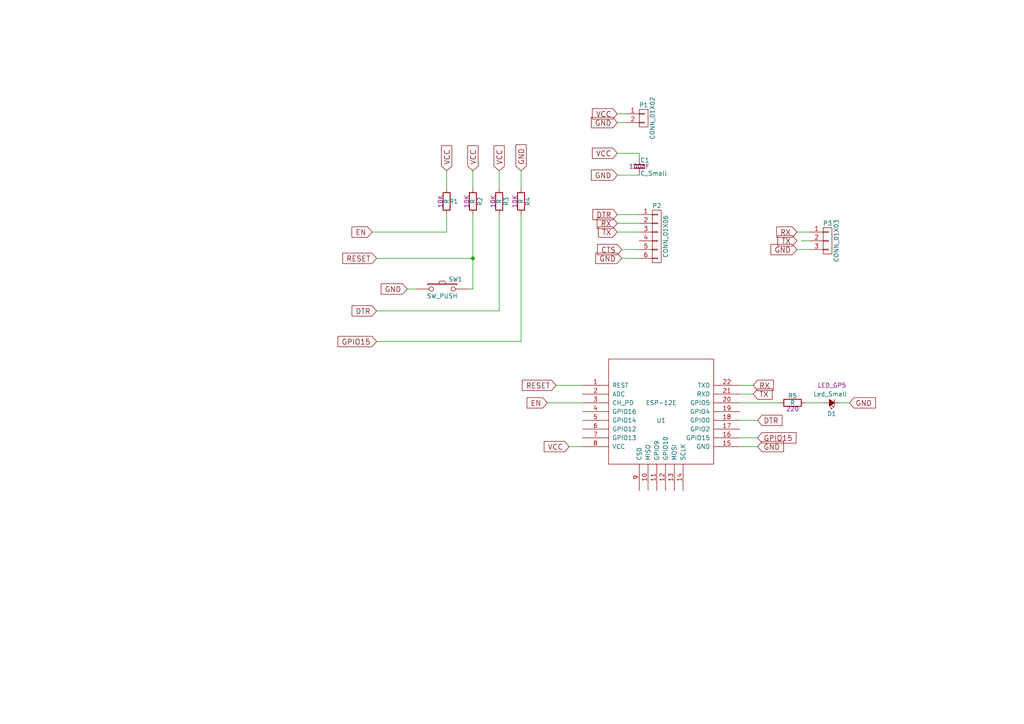
<source format=kicad_sch>
(kicad_sch (version 20230121) (generator eeschema)
  (paper "A4")
  (lib_symbols
    (symbol "altEspPRog-rescue:CONN_01X02" (pin_names (offset 1.016) hide)
      (property "Reference" "P" (at 0 3.81 0))
      (property "Value" "CONN_01X02" (at 2.54 0 90))
      (symbol "CONN_01X02_0_1"
        (rectangle (start -1.27 -1.143) (end 0.254 -1.397))
        (rectangle (start -1.27 1.397) (end 0.254 1.143))
        (rectangle (start -1.27 2.54) (end 1.27 -2.54))
      )
      (symbol "CONN_01X02_1_1"
        (pin passive line (at -5.08 1.27 0) (length 3.81) (name "P1") (number "1"))
        (pin passive line (at -5.08 -1.27 0) (length 3.81) (name "P2") (number "2"))
      )
    )
    (symbol "altEspPRog-rescue:CONN_01X03" (pin_names (offset 1.016) hide)
      (property "Reference" "P" (at 0 5.08 0))
      (property "Value" "CONN_01X03" (at 2.54 0 90))
      (symbol "CONN_01X03_0_1"
        (rectangle (start -1.27 -2.413) (end 0.254 -2.667))
        (rectangle (start -1.27 0.127) (end 0.254 -0.127))
        (rectangle (start -1.27 2.667) (end 0.254 2.413))
        (rectangle (start -1.27 3.81) (end 1.27 -3.81))
      )
      (symbol "CONN_01X03_1_1"
        (pin passive line (at -5.08 2.54 0) (length 3.81) (name "P1") (number "1"))
        (pin passive line (at -5.08 0 0) (length 3.81) (name "P2") (number "2"))
        (pin passive line (at -5.08 -2.54 0) (length 3.81) (name "P3") (number "3"))
      )
    )
    (symbol "altEspPRog-rescue:CONN_01X06" (pin_names (offset 1.016) hide)
      (property "Reference" "P" (at 0 8.89 0))
      (property "Value" "CONN_01X06" (at 2.54 0 90))
      (symbol "CONN_01X06_0_1"
        (rectangle (start -1.27 -6.223) (end 0.254 -6.477))
        (rectangle (start -1.27 -3.683) (end 0.254 -3.937))
        (rectangle (start -1.27 -1.143) (end 0.254 -1.397))
        (rectangle (start -1.27 1.397) (end 0.254 1.143))
        (rectangle (start -1.27 3.937) (end 0.254 3.683))
        (rectangle (start -1.27 6.477) (end 0.254 6.223))
        (rectangle (start -1.27 7.62) (end 1.27 -7.62))
      )
      (symbol "CONN_01X06_1_1"
        (pin passive line (at -5.08 6.35 0) (length 3.81) (name "P1") (number "1"))
        (pin passive line (at -5.08 3.81 0) (length 3.81) (name "P2") (number "2"))
        (pin passive line (at -5.08 1.27 0) (length 3.81) (name "P3") (number "3"))
        (pin passive line (at -5.08 -1.27 0) (length 3.81) (name "P4") (number "4"))
        (pin passive line (at -5.08 -3.81 0) (length 3.81) (name "P5") (number "5"))
        (pin passive line (at -5.08 -6.35 0) (length 3.81) (name "P6") (number "6"))
      )
    )
    (symbol "altEspPRog-rescue:C_Small" (pin_numbers hide) (pin_names (offset 0.254) hide)
      (property "Reference" "C" (at 0.254 1.778 0))
      (property "Value" "C_Small" (at 0.254 -2.032 0))
      (symbol "C_Small_0_1"
        (polyline (pts (xy -1.524 -0.508) (xy 1.524 -0.508)) (stroke (width 0.3302)))
        (polyline (pts (xy -1.524 0.508) (xy 1.524 0.508)) (stroke (width 0.3048)))
      )
      (symbol "C_Small_1_1"
        (pin passive line (at 0 2.54 270) (length 1.905) (name "~") (number "1"))
        (pin passive line (at 0 -2.54 90) (length 2.032) (name "~") (number "2"))
      )
    )
    (symbol "altEspPRog-rescue:ESP-12E" (pin_names (offset 1.016))
      (property "Reference" "U" (at 0 -2.54 0))
      (property "Value" "ESP-12E" (at 0 2.54 0))
      (symbol "ESP-12E_1_0"
        (rectangle (start -15.24 -15.24) (end 15.24 15.24))
      )
      (symbol "ESP-12E_1_1"
        (pin input line (at -22.86 7.62 0) (length 7.62) (name "REST") (number "1"))
        (pin bidirectional line (at -3.81 -22.86 90) (length 7.62) (name "MISO") (number "10"))
        (pin bidirectional line (at -1.27 -22.86 90) (length 7.62) (name "GPIO9") (number "11"))
        (pin bidirectional line (at 1.27 -22.86 90) (length 7.62) (name "GPIO10") (number "12"))
        (pin bidirectional line (at 3.81 -22.86 90) (length 7.62) (name "MOSI") (number "13"))
        (pin bidirectional line (at 6.35 -22.86 90) (length 7.62) (name "SCLK") (number "14"))
        (pin power_in line (at 22.86 -10.16 180) (length 7.62) (name "GND") (number "15"))
        (pin bidirectional line (at 22.86 -7.62 180) (length 7.62) (name "GPIO15") (number "16"))
        (pin bidirectional line (at 22.86 -5.08 180) (length 7.62) (name "GPIO2") (number "17"))
        (pin bidirectional line (at 22.86 -2.54 180) (length 7.62) (name "GPIO0") (number "18"))
        (pin bidirectional line (at 22.86 0 180) (length 7.62) (name "GPIO4") (number "19"))
        (pin passive line (at -22.86 5.08 0) (length 7.62) (name "ADC") (number "2"))
        (pin bidirectional line (at 22.86 2.54 180) (length 7.62) (name "GPIO5") (number "20"))
        (pin input line (at 22.86 5.08 180) (length 7.62) (name "RXD") (number "21"))
        (pin output line (at 22.86 7.62 180) (length 7.62) (name "TXD") (number "22"))
        (pin input line (at -22.86 2.54 0) (length 7.62) (name "CH_PD") (number "3"))
        (pin bidirectional line (at -22.86 0 0) (length 7.62) (name "GPIO16") (number "4"))
        (pin bidirectional line (at -22.86 -2.54 0) (length 7.62) (name "GPIO14") (number "5"))
        (pin bidirectional line (at -22.86 -5.08 0) (length 7.62) (name "GPIO12") (number "6"))
        (pin bidirectional line (at -22.86 -7.62 0) (length 7.62) (name "GPIO13") (number "7"))
        (pin power_in line (at -22.86 -10.16 0) (length 7.62) (name "VCC") (number "8"))
        (pin bidirectional line (at -6.35 -22.86 90) (length 7.62) (name "CS0") (number "9"))
      )
    )
    (symbol "altEspPRog-rescue:Led_Small" (pin_numbers hide) (pin_names (offset 0.254) hide)
      (property "Reference" "D" (at -1.27 3.175 0))
      (property "Value" "Led_Small" (at -4.445 -2.54 0))
      (symbol "Led_Small_0_1"
        (polyline (pts (xy -0.762 -1.016) (xy -0.762 1.016)))
        (polyline (pts (xy 0.762 -1.016) (xy -0.762 0) (xy 0.762 1.016) (xy 0.762 -1.016)) (fill (type outline)))
        (polyline (pts (xy 0 0.762) (xy -0.508 1.27) (xy -0.254 1.27) (xy -0.508 1.27) (xy -0.508 1.016)))
        (polyline (pts (xy 0.508 1.27) (xy 0 1.778) (xy 0.254 1.778) (xy 0 1.778) (xy 0 1.524)))
      )
      (symbol "Led_Small_1_1"
        (pin passive line (at -2.54 0 0) (length 1.778) (name "K") (number "1"))
        (pin passive line (at 2.54 0 180) (length 1.778) (name "A") (number "2"))
      )
    )
    (symbol "altEspPRog-rescue:R" (pin_numbers hide) (pin_names (offset 0))
      (property "Reference" "R" (at 2.032 0 90))
      (property "Value" "R" (at 0 0 90))
      (symbol "R_0_1"
        (rectangle (start -1.016 -2.54) (end 1.016 2.54) (stroke (width 0.254)))
      )
      (symbol "R_1_1"
        (pin passive line (at 0 3.81 270) (length 1.27) (name "~") (number "1"))
        (pin passive line (at 0 -3.81 90) (length 1.27) (name "~") (number "2"))
      )
    )
    (symbol "altEspPRog-rescue:SW_PUSH" (pin_numbers hide) (pin_names (offset 1.016) hide)
      (property "Reference" "SW" (at 3.81 2.794 0))
      (property "Value" "SW_PUSH" (at 0 -2.032 0))
      (symbol "SW_PUSH_0_1"
        (rectangle (start -4.318 1.27) (end 4.318 1.524))
        (polyline (pts (xy -1.016 1.524) (xy -0.762 2.286) (xy 0.762 2.286) (xy 1.016 1.524)))
        (pin passive inverted (at -7.62 0 0) (length 5.08) (name "1") (number "1"))
        (pin passive inverted (at 7.62 0 180) (length 5.08) (name "2") (number "2"))
      )
    )
  )
  (junction (at 137.16 74.93))
  (wire (pts (xy 144.78 49.53) (xy 144.78 54.61)))
  (wire (pts (xy 158.75 116.84) (xy 168.91 116.84)))
  (wire (pts (xy 161.29 111.76) (xy 168.91 111.76)))
  (wire (pts (xy 129.54 67.31) (xy 129.54 62.23)))
  (wire (pts (xy 109.22 90.17) (xy 144.78 90.17)))
  (wire (pts (xy 214.63 116.84) (xy 226.06 116.84)))
  (wire (pts (xy 165.1 129.54) (xy 168.91 129.54)))
  (wire (pts (xy 185.42 64.77) (xy 179.07 64.77)))
  (wire (pts (xy 107.95 67.31) (xy 129.54 67.31)))
  (wire (pts (xy 219.71 129.54) (xy 214.63 129.54)))
  (wire (pts (xy 185.42 50.8) (xy 179.07 50.8)))
  (wire (pts (xy 181.61 35.56) (xy 179.07 35.56)))
  (wire (pts (xy 181.61 33.02) (xy 179.07 33.02)))
  (wire (pts (xy 185.42 74.93) (xy 180.34 74.93)))
  (wire (pts (xy 185.42 72.39) (xy 180.34 72.39)))
  (wire (pts (xy 137.16 74.93) (xy 137.16 83.82)))
  (wire (pts (xy 231.14 67.31) (xy 234.95 67.31)))
  (wire (pts (xy 185.42 67.31) (xy 179.07 67.31)))
  (wire (pts (xy 214.63 114.3) (xy 218.44 114.3)))
  (wire (pts (xy 109.22 74.93) (xy 137.16 74.93)))
  (wire (pts (xy 219.71 127) (xy 214.63 127)))
  (wire (pts (xy 243.84 116.84) (xy 246.38 116.84)))
  (wire (pts (xy 109.22 99.06) (xy 151.13 99.06)))
  (wire (pts (xy 232.41 69.85) (xy 234.95 69.85)))
  (wire (pts (xy 137.16 62.23) (xy 137.16 74.93)))
  (wire (pts (xy 137.16 49.53) (xy 137.16 54.61)))
  (wire (pts (xy 179.07 62.23) (xy 185.42 62.23)))
  (wire (pts (xy 118.11 83.82) (xy 120.65 83.82)))
  (wire (pts (xy 144.78 90.17) (xy 144.78 62.23)))
  (wire (pts (xy 129.54 49.53) (xy 129.54 54.61)))
  (wire (pts (xy 151.13 49.53) (xy 151.13 54.61)))
  (wire (pts (xy 231.14 72.39) (xy 234.95 72.39)))
  (wire (pts (xy 219.71 121.92) (xy 214.63 121.92)))
  (wire (pts (xy 185.42 44.45) (xy 185.42 45.72)))
  (wire (pts (xy 214.63 111.76) (xy 218.44 111.76)))
  (wire (pts (xy 151.13 99.06) (xy 151.13 62.23)))
  (wire (pts (xy 233.68 116.84) (xy 238.76 116.84)))
  (wire (pts (xy 179.07 44.45) (xy 185.42 44.45)))
  (wire (pts (xy 137.16 83.82) (xy 135.89 83.82)))
  (global_label "GND" (shape input) (at 179.07 35.56 180) (effects (font (size 1.524 1.524))) (property "Intersheetrefs" "${INTERSHEET_REFS}" (effects hide)))
  (global_label "GPIO15" (shape input) (at 109.22 99.06 180) (effects (font (size 1.524 1.524))) (property "Intersheetrefs" "${INTERSHEET_REFS}" (effects hide)))
  (global_label "VCC" (shape input) (at 165.1 129.54 180) (effects (font (size 1.524 1.524))) (property "Intersheetrefs" "${INTERSHEET_REFS}" (effects hide)))
  (global_label "DTR" (shape input) (at 219.71 121.92 0) (effects (font (size 1.524 1.524))) (property "Intersheetrefs" "${INTERSHEET_REFS}" (effects hide)))
  (global_label "TX" (shape input) (at 231.14 69.85 180) (effects (font (size 1.524 1.524))) (property "Intersheetrefs" "${INTERSHEET_REFS}" (effects hide)))
  (global_label "RX" (shape input) (at 179.07 64.77 180) (effects (font (size 1.524 1.524))) (property "Intersheetrefs" "${INTERSHEET_REFS}" (effects hide)))
  (global_label "DTR" (shape input) (at 179.07 62.23 180) (effects (font (size 1.524 1.524))) (property "Intersheetrefs" "${INTERSHEET_REFS}" (effects hide)))
  (global_label "RESET" (shape input) (at 109.22 74.93 180) (effects (font (size 1.524 1.524))) (property "Intersheetrefs" "${INTERSHEET_REFS}" (effects hide)))
  (global_label "GND" (shape input) (at 179.07 50.8 180) (effects (font (size 1.524 1.524))) (property "Intersheetrefs" "${INTERSHEET_REFS}" (effects hide)))
  (global_label "VCC" (shape input) (at 144.78 49.53 90) (effects (font (size 1.524 1.524))) (property "Intersheetrefs" "${INTERSHEET_REFS}" (effects hide)))
  (global_label "GND" (shape input) (at 231.14 72.39 180) (effects (font (size 1.524 1.524))) (property "Intersheetrefs" "${INTERSHEET_REFS}" (effects hide)))
  (global_label "VCC" (shape input) (at 179.07 33.02 180) (effects (font (size 1.524 1.524))) (property "Intersheetrefs" "${INTERSHEET_REFS}" (effects hide)))
  (global_label "GND" (shape input) (at 118.11 83.82 180) (effects (font (size 1.524 1.524))) (property "Intersheetrefs" "${INTERSHEET_REFS}" (effects hide)))
  (global_label "VCC" (shape input) (at 129.54 49.53 90) (effects (font (size 1.524 1.524))) (property "Intersheetrefs" "${INTERSHEET_REFS}" (effects hide)))
  (global_label "VCC" (shape input) (at 179.07 44.45 180) (effects (font (size 1.524 1.524))) (property "Intersheetrefs" "${INTERSHEET_REFS}" (effects hide)))
  (global_label "TX" (shape input) (at 218.44 114.3 0) (effects (font (size 1.524 1.524))) (property "Intersheetrefs" "${INTERSHEET_REFS}" (effects hide)))
  (global_label "GND" (shape input) (at 151.13 49.53 90) (effects (font (size 1.524 1.524))) (property "Intersheetrefs" "${INTERSHEET_REFS}" (effects hide)))
  (global_label "RX" (shape input) (at 231.14 67.31 180) (effects (font (size 1.524 1.524))) (property "Intersheetrefs" "${INTERSHEET_REFS}" (effects hide)))
  (global_label "GPIO15" (shape input) (at 219.71 127 0) (effects (font (size 1.524 1.524))) (property "Intersheetrefs" "${INTERSHEET_REFS}" (effects hide)))
  (global_label "TX" (shape input) (at 179.07 67.31 180) (effects (font (size 1.524 1.524))) (property "Intersheetrefs" "${INTERSHEET_REFS}" (effects hide)))
  (global_label "GND" (shape input) (at 219.71 129.54 0) (effects (font (size 1.524 1.524))) (property "Intersheetrefs" "${INTERSHEET_REFS}" (effects hide)))
  (global_label "CTS" (shape input) (at 180.34 72.39 180) (effects (font (size 1.524 1.524))) (property "Intersheetrefs" "${INTERSHEET_REFS}" (effects hide)))
  (global_label "DTR" (shape input) (at 109.22 90.17 180) (effects (font (size 1.524 1.524))) (property "Intersheetrefs" "${INTERSHEET_REFS}" (effects hide)))
  (global_label "GND" (shape input) (at 180.34 74.93 180) (effects (font (size 1.524 1.524))) (property "Intersheetrefs" "${INTERSHEET_REFS}" (effects hide)))
  (global_label "RX" (shape input) (at 218.44 111.76 0) (effects (font (size 1.524 1.524))) (property "Intersheetrefs" "${INTERSHEET_REFS}" (effects hide)))
  (global_label "EN" (shape input) (at 158.75 116.84 180) (effects (font (size 1.524 1.524))) (property "Intersheetrefs" "${INTERSHEET_REFS}" (effects hide)))
  (global_label "VCC" (shape input) (at 137.16 49.53 90) (effects (font (size 1.524 1.524))) (property "Intersheetrefs" "${INTERSHEET_REFS}" (effects hide)))
  (global_label "GND" (shape input) (at 246.38 116.84 0) (effects (font (size 1.524 1.524))) (property "Intersheetrefs" "${INTERSHEET_REFS}" (effects hide)))
  (global_label "EN" (shape input) (at 107.95 67.31 180) (effects (font (size 1.524 1.524))) (property "Intersheetrefs" "${INTERSHEET_REFS}" (effects hide)))
  (global_label "RESET" (shape input) (at 161.29 111.76 180) (effects (font (size 1.524 1.524))) (property "Intersheetrefs" "${INTERSHEET_REFS}" (effects hide)))
  (symbol (lib_id "altEspPRog-rescue:CONN_01X06") (at 190.5 68.58 0) (unit 1)
    (property "Reference" "P2" (at 190.5 59.69 0))
    (property "Value" "CONN_01X06" (at 193.04 68.58 90))
  )
  (symbol (lib_id "altEspPRog-rescue:R") (at 129.54 58.42 0) (unit 1)
    (property "Reference" "R1" (at 131.572 58.42 0))
    (property "Value" "R" (at 129.54 58.42 90))
    (property "Footprint" "10K" (at 127.762 58.42 90))
  )
  (symbol (lib_id "altEspPRog-rescue:C_Small") (at 185.42 48.26 0) (unit 1)
    (property "Reference" "C1" (at 185.674 46.482 0) (effects (justify left)))
    (property "Value" "C_Small" (at 185.674 50.292 0) (effects (justify left)))
    (property "Footprint" "100nF" (at 185.42 48.26 0))
  )
  (symbol (lib_id "altEspPRog-rescue:R") (at 137.16 58.42 0) (unit 1)
    (property "Reference" "R2" (at 139.192 58.42 90))
    (property "Value" "R" (at 137.16 58.42 90))
    (property "Footprint" "10K" (at 135.382 58.42 90))
  )
  (symbol (lib_id "altEspPRog-rescue:R") (at 144.78 58.42 0) (unit 1)
    (property "Reference" "R3" (at 146.812 58.42 90))
    (property "Value" "R" (at 144.78 58.42 90))
    (property "Footprint" "10K" (at 143.002 58.42 90))
  )
  (symbol (lib_id "altEspPRog-rescue:R") (at 151.13 58.42 0) (unit 1)
    (property "Reference" "R4" (at 153.162 58.42 90))
    (property "Value" "R" (at 151.13 58.42 90))
    (property "Footprint" "10K" (at 149.352 58.42 90))
  )
  (symbol (lib_id "altEspPRog-rescue:CONN_01X02") (at 186.69 34.29 0) (unit 1)
    (property "Reference" "P1" (at 186.69 30.48 0))
    (property "Value" "CONN_01X02" (at 189.23 34.29 90))
  )
  (symbol (lib_id "altEspPRog-rescue:SW_PUSH") (at 128.27 83.82 0) (unit 1)
    (property "Reference" "SW1" (at 132.08 81.026 0))
    (property "Value" "SW_PUSH" (at 128.27 85.852 0))
  )
  (symbol (lib_id "altEspPRog-rescue:ESP-12E") (at 191.77 119.38 0) (unit 1)
    (property "Reference" "U1" (at 191.77 121.92 0))
    (property "Value" "ESP-12E" (at 191.77 116.84 0))
  )
  (symbol (lib_id "altEspPRog-rescue:R") (at 229.87 116.84 90) (unit 1)
    (property "Reference" "R5" (at 229.87 114.808 90))
    (property "Value" "R" (at 229.87 116.84 90))
    (property "Footprint" "220" (at 229.87 118.618 90))
  )
  (symbol (lib_id "altEspPRog-rescue:CONN_01X03") (at 240.03 69.85 0) (unit 1)
    (property "Reference" "P3" (at 240.03 64.77 0))
    (property "Value" "CONN_01X03" (at 242.57 69.85 90))
  )
  (symbol (lib_id "altEspPRog-rescue:Led_Small") (at 241.3 116.84 180) (unit 1)
    (property "Reference" "D1" (at 242.57 120.015 0) (effects (justify left)))
    (property "Value" "Led_Small" (at 245.745 114.3 0) (effects (justify left)))
    (property "Footprint" "LED_GP5" (at 241.3 111.76 0))
  )
)
</source>
